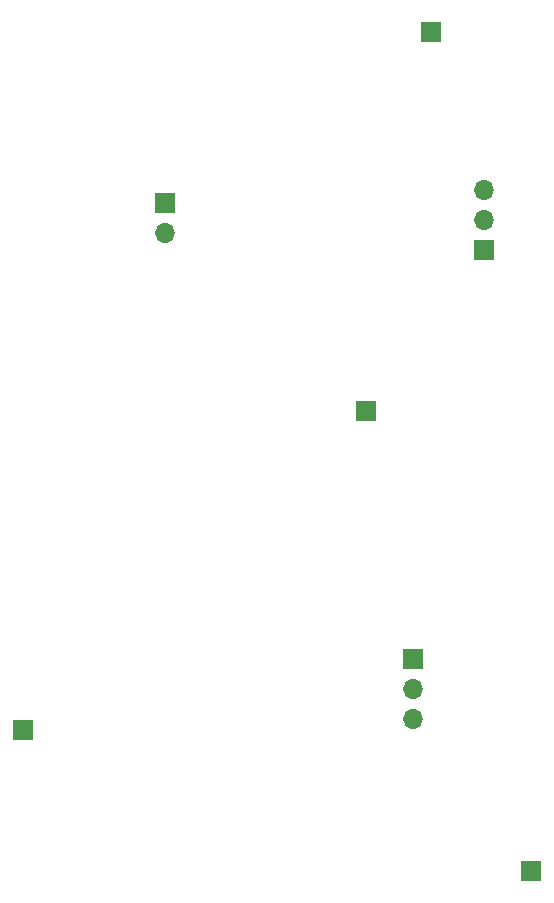
<source format=gbr>
%TF.GenerationSoftware,KiCad,Pcbnew,8.0.4*%
%TF.CreationDate,2024-08-01T00:21:54+02:00*%
%TF.ProjectId,new-signal-gen,6e65772d-7369-4676-9e61-6c2d67656e2e,rev?*%
%TF.SameCoordinates,Original*%
%TF.FileFunction,Soldermask,Bot*%
%TF.FilePolarity,Negative*%
%FSLAX46Y46*%
G04 Gerber Fmt 4.6, Leading zero omitted, Abs format (unit mm)*
G04 Created by KiCad (PCBNEW 8.0.4) date 2024-08-01 00:21:54*
%MOMM*%
%LPD*%
G01*
G04 APERTURE LIST*
%ADD10R,1.700000X1.700000*%
%ADD11O,1.700000X1.700000*%
G04 APERTURE END LIST*
D10*
%TO.C,J5*%
X127000000Y-75387500D03*
D11*
X127000000Y-77927500D03*
%TD*%
D10*
%TO.C,J4*%
X158000000Y-132000000D03*
%TD*%
%TO.C,J6*%
X149500000Y-60887500D03*
%TD*%
%TO.C,J1*%
X154000000Y-79387500D03*
D11*
X154000000Y-76847500D03*
X154000000Y-74307500D03*
%TD*%
D10*
%TO.C,J2*%
X148000000Y-114000000D03*
D11*
X148000000Y-116540000D03*
X148000000Y-119080000D03*
%TD*%
D10*
%TO.C,J3*%
X144000000Y-93000000D03*
%TD*%
%TO.C,J7*%
X115000000Y-120000000D03*
%TD*%
M02*

</source>
